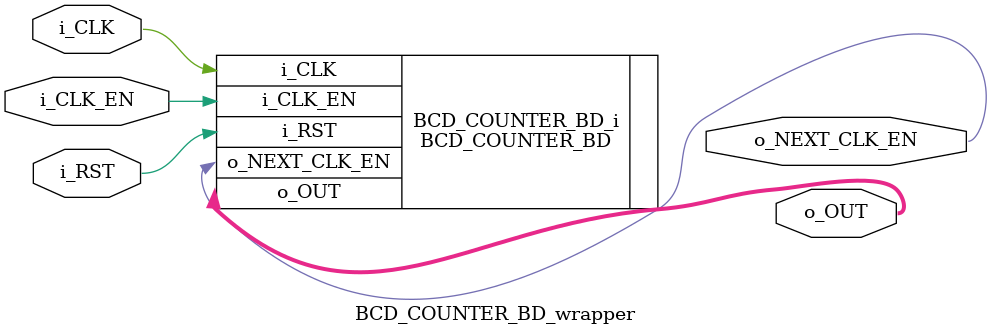
<source format=v>
`timescale 1 ps / 1 ps

module BCD_COUNTER_BD_wrapper
   (i_CLK,
    i_CLK_EN,
    i_RST,
    o_NEXT_CLK_EN,
    o_OUT);
  input i_CLK;
  input i_CLK_EN;
  input i_RST;
  output o_NEXT_CLK_EN;
  output [3:0]o_OUT;

  wire i_CLK;
  wire i_CLK_EN;
  wire i_RST;
  wire o_NEXT_CLK_EN;
  wire [3:0]o_OUT;

  BCD_COUNTER_BD BCD_COUNTER_BD_i
       (.i_CLK(i_CLK),
        .i_CLK_EN(i_CLK_EN),
        .i_RST(i_RST),
        .o_NEXT_CLK_EN(o_NEXT_CLK_EN),
        .o_OUT(o_OUT));
endmodule

</source>
